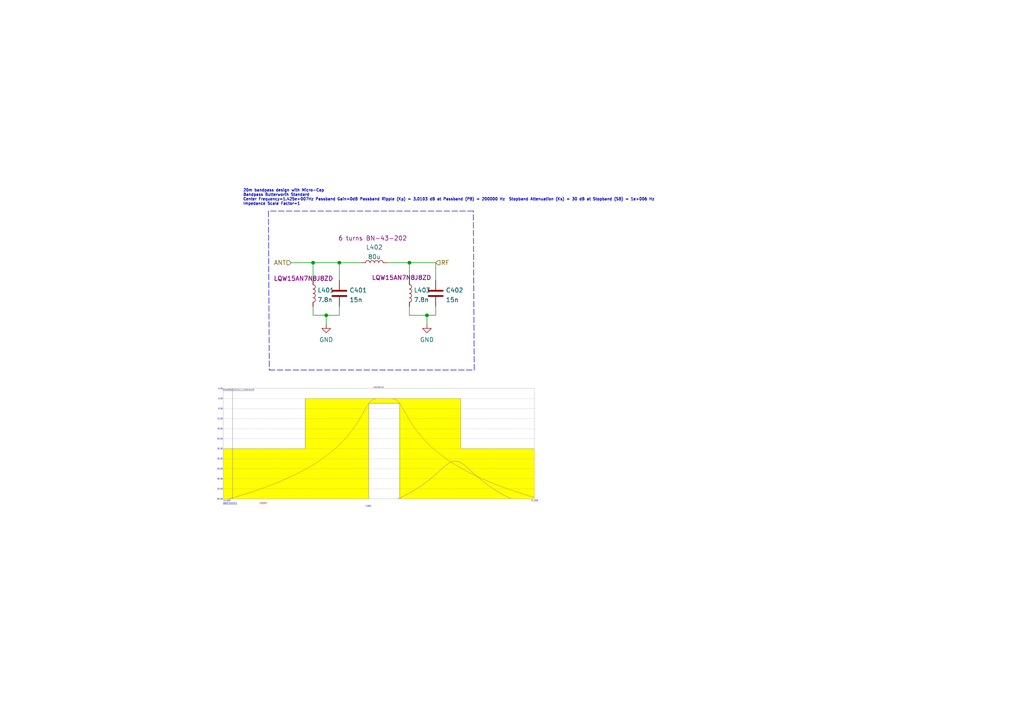
<source format=kicad_sch>
(kicad_sch (version 20211123) (generator eeschema)
  (paper "A4")
  (lib_symbols
    (symbol "Device:C" (pin_numbers hide) (pin_names (offset 0.254))
      (property "Reference" "C" (at 0.635 2.54 0))
      (property "Value" "C" (at 0.635 -2.54 0))
      (symbol "C_0_1"
        (polyline (pts (xy -2.032 -0.762) (xy 2.032 -0.762)) (stroke (width 0.508)))
        (polyline (pts (xy -2.032 0.762) (xy 2.032 0.762)) (stroke (width 0.508)))
      )
      (symbol "C_1_1"
        (pin passive line (at 0 3.81 270) (length 2.794) (name "~") (number "1"))
        (pin passive line (at 0 -3.81 90) (length 2.794) (name "~") (number "2"))
      )
    )
    (symbol "Device:L" (pin_numbers hide) (pin_names (offset 1.016) hide)
      (property "Reference" "L" (at -1.27 0 90))
      (property "Value" "L" (at 1.905 0 90))
      (symbol "L_0_1"
        (arc (start 0 -2.54) (mid 0.635 -1.905) (end 0 -1.27))
        (arc (start 0 -1.27) (mid 0.635 -0.635) (end 0 0))
        (arc (start 0 0) (mid 0.635 0.635) (end 0 1.27))
        (arc (start 0 1.27) (mid 0.635 1.905) (end 0 2.54))
      )
      (symbol "L_1_1"
        (pin passive line (at 0 3.81 270) (length 1.27) (name "1") (number "1"))
        (pin passive line (at 0 -3.81 90) (length 1.27) (name "2") (number "2"))
      )
    )
    (symbol "power:GND" (power) (pin_names (offset 0))
      (property "Value" "GND" (at 0 -3.81 0))
      (symbol "GND_0_1"
        (polyline (pts (xy 0 0) (xy 0 -1.27) (xy 1.27 -1.27) (xy 0 -2.54) (xy -1.27 -1.27) (xy 0 -1.27)))
      )
      (symbol "GND_1_1"
        (pin power_in line (at 0 0 270) (length 0) hide (name "GND") (number "1"))
      )
    )
  )
  (junction (at 90.805 76.2))
  (junction (at 98.425 76.2))
  (junction (at 123.825 91.44))
  (junction (at 118.745 76.2))
  (junction (at 94.615 91.44))
  (wire (pts (xy 126.365 76.2) (xy 126.365 81.28)))
  (wire (pts (xy 118.745 76.2) (xy 118.745 81.28)))
  (polyline (pts (xy 78.105 107.315) (xy 137.541 107.315)))
  (polyline (pts (xy 137.541 107.315) (xy 137.287 61.214)))
  (wire (pts (xy 123.825 93.98) (xy 123.825 91.44)))
  (wire (pts (xy 118.745 76.2) (xy 126.365 76.2)))
  (wire (pts (xy 94.615 91.44) (xy 98.425 91.44)))
  (wire (pts (xy 118.745 88.9) (xy 118.745 91.44)))
  (wire (pts (xy 84.455 76.2) (xy 90.805 76.2)))
  (wire (pts (xy 90.805 91.44) (xy 94.615 91.44)))
  (wire (pts (xy 98.425 91.44) (xy 98.425 88.9)))
  (wire (pts (xy 90.805 76.2) (xy 90.805 81.28)))
  (wire (pts (xy 94.615 91.44) (xy 94.615 93.98)))
  (wire (pts (xy 118.745 91.44) (xy 123.825 91.44)))
  (wire (pts (xy 126.365 91.44) (xy 126.365 88.9)))
  (wire (pts (xy 98.425 76.2) (xy 104.775 76.2)))
  (polyline (pts (xy 137.287 61.214) (xy 77.851 61.214)))
  (polyline (pts (xy 77.851 61.214) (xy 78.105 107.315)))
  (wire (pts (xy 98.425 76.2) (xy 98.425 81.28)))
  (wire (pts (xy 123.825 91.44) (xy 126.365 91.44)))
  (wire (pts (xy 112.395 76.2) (xy 118.745 76.2)))
  (wire (pts (xy 90.805 88.9) (xy 90.805 91.44)))
  (wire (pts (xy 90.805 76.2) (xy 98.425 76.2)))
  (image (at 109.601 129.667) (scale 0.583805))
  (text "20m bandpass design with Micro-Cap\nBandpass Butterworth Standard\nCenter Frequency=1.425e+007Hz Passband Gain=0dB Passband Ripple (Kp) = 3.0103 dB at Passband (PB) = 200000 Hz  Stopband Attenuation (Ks) = 30 dB at Stopband (SB) = 1e+006 Hz\nImpedance Scale Factor=1" (at 70.485 59.69 0) (effects (font (size 0.8 0.8)) (justify left bottom)))
  (hierarchical_label "ANT" (shape input) (at 84.455 76.2 180))
  (hierarchical_label "RF" (shape input) (at 126.365 76.2 0))
  (symbol (lib_id "power:GND") (at 123.825 93.98 0) (unit 1)
    (property "Reference" "#PWR0402" (effects hide))
    (property "Value" "GND" (at 123.825 98.5425 0))
  )
  (symbol (lib_id "Device:C") (at 126.365 85.09 0) (unit 1)
    (property "Reference" "C402" (at 129.286 84.1815 0) (effects (justify left)))
    (property "Value" "15n" (at 129.286 86.9566 0) (effects (justify left)))
  )
  (symbol (lib_id "Device:L") (at 118.745 85.09 0) (unit 1)
    (property "Reference" "L403" (at 120.015 84.1815 0) (effects (justify left)))
    (property "Value" "7.8n" (at 120.015 86.9566 0) (effects (justify left)))
    (property "Part" "LQW15AN7N8J8ZD" (at 116.459 80.518 0))
  )
  (symbol (lib_id "power:GND") (at 94.615 93.98 0) (unit 1)
    (property "Reference" "#PWR0401" (effects hide))
    (property "Value" "GND" (at 94.615 98.5425 0))
  )
  (symbol (lib_id "Device:L") (at 90.805 85.09 0) (unit 1)
    (property "Reference" "L401" (at 92.075 84.1815 0) (effects (justify left)))
    (property "Value" "7.8n" (at 92.075 86.9566 0) (effects (justify left)))
    (property "Part" "LQW15AN7N8J8ZD" (at 88.011 80.772 0))
  )
  (symbol (lib_id "Device:L") (at 108.585 76.2 90) (unit 1)
    (property "Reference" "L402" (at 108.585 71.7255 90))
    (property "Value" "80u" (at 108.585 74.5006 90))
    (property "Build" "6 turns BN-43-202" (at 108.077 69.088 90))
  )
  (symbol (lib_id "Device:C") (at 98.425 85.09 0) (unit 1)
    (property "Reference" "C401" (at 101.346 84.1815 0) (effects (justify left)))
    (property "Value" "15n" (at 101.346 86.9566 0) (effects (justify left)))
  )
)
</source>
